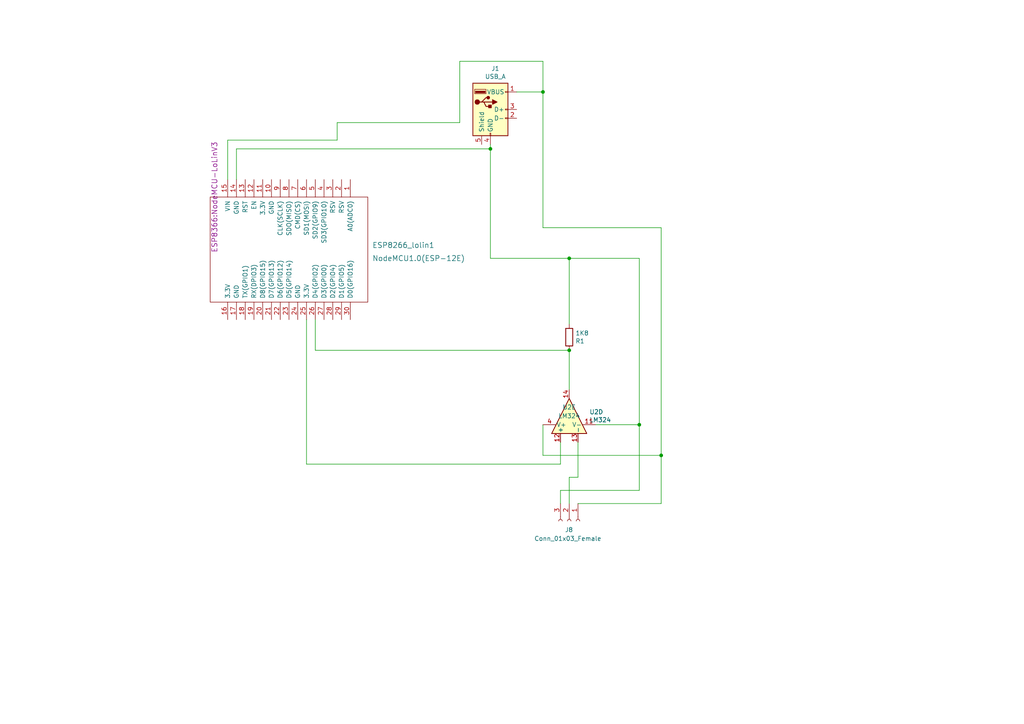
<source format=kicad_sch>
(kicad_sch (version 20211123) (generator eeschema)
  (paper "A4")
  (title_block (title "Dispositivo-H2O") (date "                 2021-02-26") (rev "Escobar J.W.") (company "IER-UNAM"))
  (lib_symbols
    (symbol "Amplifier_Operational:LM324" (pin_names (offset 0.127))
      (property "Reference" "U" (at 0 5.08 0))
      (property "Value" "LM324" (at 0 -5.08 0))
      (symbol "LM324_1_1"
        (polyline (pts (xy -5.08 5.08) (xy 5.08 0) (xy -5.08 -5.08) (xy -5.08 5.08)) (stroke (width 0.254)) (fill (type background)))
        (pin output line (at 7.62 0 180) (length 2.54) (name "~") (number "1"))
        (pin input line (at -7.62 -2.54 0) (length 2.54) (name "-") (number "2"))
        (pin input line (at -7.62 2.54 0) (length 2.54) (name "+") (number "3"))
      )
      (symbol "LM324_2_1"
        (polyline (pts (xy -5.08 5.08) (xy 5.08 0) (xy -5.08 -5.08) (xy -5.08 5.08)) (stroke (width 0.254)) (fill (type background)))
        (pin input line (at -7.62 2.54 0) (length 2.54) (name "+") (number "5"))
        (pin input line (at -7.62 -2.54 0) (length 2.54) (name "-") (number "6"))
        (pin output line (at 7.62 0 180) (length 2.54) (name "~") (number "7"))
      )
      (symbol "LM324_3_1"
        (polyline (pts (xy -5.08 5.08) (xy 5.08 0) (xy -5.08 -5.08) (xy -5.08 5.08)) (stroke (width 0.254)) (fill (type background)))
        (pin input line (at -7.62 2.54 0) (length 2.54) (name "+") (number "10"))
        (pin output line (at 7.62 0 180) (length 2.54) (name "~") (number "8"))
        (pin input line (at -7.62 -2.54 0) (length 2.54) (name "-") (number "9"))
      )
      (symbol "LM324_4_1"
        (polyline (pts (xy -5.08 5.08) (xy 5.08 0) (xy -5.08 -5.08) (xy -5.08 5.08)) (stroke (width 0.254)) (fill (type background)))
        (pin input line (at -7.62 2.54 0) (length 2.54) (name "+") (number "12"))
        (pin input line (at -7.62 -2.54 0) (length 2.54) (name "-") (number "13"))
        (pin output line (at 7.62 0 180) (length 2.54) (name "~") (number "14"))
      )
      (symbol "LM324_5_1"
        (pin power_in line (at -2.54 -7.62 90) (length 3.81) (name "V-") (number "11"))
        (pin power_in line (at -2.54 7.62 270) (length 3.81) (name "V+") (number "4"))
      )
    )
    (symbol "Connector:Conn_01x03_Female" (pin_names (offset 1.016) hide)
      (property "Reference" "J" (at 0 5.08 0))
      (property "Value" "Conn_01x03_Female" (at 0 -5.08 0))
      (symbol "Conn_01x03_Female_1_1"
        (arc (start 0 -2.032) (mid -0.508 -2.54) (end 0 -3.048) (stroke (width 0.1524)))
        (polyline (pts (xy -1.27 -2.54) (xy -0.508 -2.54)) (stroke (width 0.1524)))
        (polyline (pts (xy -1.27 0) (xy -0.508 0)) (stroke (width 0.1524)))
        (polyline (pts (xy -1.27 2.54) (xy -0.508 2.54)) (stroke (width 0.1524)))
        (arc (start 0 0.508) (mid -0.508 0) (end 0 -0.508) (stroke (width 0.1524)))
        (arc (start 0 3.048) (mid -0.508 2.54) (end 0 2.032) (stroke (width 0.1524)))
        (pin passive line (at -5.08 2.54 0) (length 3.81) (name "Pin_1") (number "1"))
        (pin passive line (at -5.08 0 0) (length 3.81) (name "Pin_2") (number "2"))
        (pin passive line (at -5.08 -2.54 0) (length 3.81) (name "Pin_3") (number "3"))
      )
    )
    (symbol "Connector:USB_A" (pin_names (offset 1.016))
      (property "Reference" "J" (at -5.08 11.43 0))
      (property "Value" "USB_A" (at -5.08 8.89 0))
      (symbol "USB_A_0_1"
        (rectangle (start -5.08 -7.62) (end 5.08 7.62) (stroke (width 0.254)) (fill (type background)))
        (circle (center -3.81 2.159) (radius 0.635) (stroke (width 0.254)) (fill (type outline)))
        (rectangle (start -1.524 4.826) (end -4.318 5.334) (fill (type outline)))
        (rectangle (start -1.27 4.572) (end -4.572 5.842))
        (circle (center -0.635 3.429) (radius 0.381) (stroke (width 0.254)) (fill (type outline)))
        (rectangle (start -0.127 -7.62) (end 0.127 -6.858))
        (polyline (pts (xy -3.175 2.159) (xy -2.54 2.159) (xy -1.27 3.429) (xy -0.635 3.429)) (stroke (width 0.254)))
        (polyline (pts (xy -2.54 2.159) (xy -1.905 2.159) (xy -1.27 0.889) (xy 0 0.889)) (stroke (width 0.254)))
        (polyline (pts (xy 0.635 2.794) (xy 0.635 1.524) (xy 1.905 2.159) (xy 0.635 2.794)) (stroke (width 0.254)) (fill (type outline)))
        (rectangle (start 0.254 1.27) (end -0.508 0.508) (stroke (width 0.254)) (fill (type outline)))
        (rectangle (start 5.08 -2.667) (end 4.318 -2.413))
        (rectangle (start 5.08 -0.127) (end 4.318 0.127))
        (rectangle (start 5.08 4.953) (end 4.318 5.207))
      )
      (symbol "USB_A_1_1"
        (polyline (pts (xy -1.905 2.159) (xy 0.635 2.159)) (stroke (width 0.254)))
        (pin power_in line (at 7.62 5.08 180) (length 2.54) (name "VBUS") (number "1"))
        (pin bidirectional line (at 7.62 -2.54 180) (length 2.54) (name "D-") (number "2"))
        (pin bidirectional line (at 7.62 0 180) (length 2.54) (name "D+") (number "3"))
        (pin power_in line (at 0 -10.16 90) (length 2.54) (name "GND") (number "4"))
        (pin passive line (at -2.54 -10.16 90) (length 2.54) (name "Shield") (number "5"))
      )
    )
    (symbol "Device:R" (pin_numbers hide) (pin_names (offset 0))
      (property "Reference" "R" (at 2.032 0 90))
      (property "Value" "R" (at 0 0 90))
      (symbol "R_0_1"
        (rectangle (start -1.016 -2.54) (end 1.016 2.54) (stroke (width 0.254)))
      )
      (symbol "R_1_1"
        (pin passive line (at 0 3.81 270) (length 1.27) (name "~") (number "1"))
        (pin passive line (at 0 -3.81 90) (length 1.27) (name "~") (number "2"))
      )
    )
    (symbol "ESP8266:NodeMCU1.0(ESP-12E)" (pin_names (offset 1.016))
      (property "Reference" "U" (at 0 21.59 0))
      (property "Value" "NodeMCU1.0(ESP-12E)" (at 0 -21.59 0))
      (symbol "NodeMCU1.0(ESP-12E)_0_1"
        (rectangle (start -15.24 -22.86) (end 15.24 22.86))
      )
      (symbol "NodeMCU1.0(ESP-12E)_1_1"
        (pin input line (at -20.32 17.78 0) (length 5.08) (name "A0(ADC0)") (number "1"))
        (pin input line (at -20.32 -5.08 0) (length 5.08) (name "GND") (number "10"))
        (pin input line (at -20.32 -7.62 0) (length 5.08) (name "3.3V") (number "11"))
        (pin input line (at -20.32 -10.16 0) (length 5.08) (name "EN") (number "12"))
        (pin input line (at -20.32 -12.7 0) (length 5.08) (name "RST") (number "13"))
        (pin input line (at -20.32 -15.24 0) (length 5.08) (name "GND") (number "14"))
        (pin input line (at -20.32 -17.78 0) (length 5.08) (name "VIN") (number "15"))
        (pin input line (at 20.32 -17.78 180) (length 5.08) (name "3.3V") (number "16"))
        (pin input line (at 20.32 -15.24 180) (length 5.08) (name "GND") (number "17"))
        (pin input line (at 20.32 -12.7 180) (length 5.08) (name "TX(GPIO1)") (number "18"))
        (pin input line (at 20.32 -10.16 180) (length 5.08) (name "RX(DPIO3)") (number "19"))
        (pin input line (at -20.32 15.24 0) (length 5.08) (name "RSV") (number "2"))
        (pin input line (at 20.32 -7.62 180) (length 5.08) (name "D8(GPIO15)") (number "20"))
        (pin input line (at 20.32 -5.08 180) (length 5.08) (name "D7(GPIO13)") (number "21"))
        (pin input line (at 20.32 -2.54 180) (length 5.08) (name "D6(GPIO12)") (number "22"))
        (pin input line (at 20.32 0 180) (length 5.08) (name "D5(GPIO14)") (number "23"))
        (pin input line (at 20.32 2.54 180) (length 5.08) (name "GND") (number "24"))
        (pin input line (at 20.32 5.08 180) (length 5.08) (name "3.3V") (number "25"))
        (pin input line (at 20.32 7.62 180) (length 5.08) (name "D4(GPIO2)") (number "26"))
        (pin input line (at 20.32 10.16 180) (length 5.08) (name "D3(GPIO0)") (number "27"))
        (pin input line (at 20.32 12.7 180) (length 5.08) (name "D2(GPIO4)") (number "28"))
        (pin input line (at 20.32 15.24 180) (length 5.08) (name "D1(GPIO5)") (number "29"))
        (pin input line (at -20.32 12.7 0) (length 5.08) (name "RSV") (number "3"))
        (pin input line (at 20.32 17.78 180) (length 5.08) (name "D0(GPIO16)") (number "30"))
        (pin input line (at -20.32 10.16 0) (length 5.08) (name "SD3(GPIO10)") (number "4"))
        (pin input line (at -20.32 7.62 0) (length 5.08) (name "SD2(GPIO9)") (number "5"))
        (pin input line (at -20.32 5.08 0) (length 5.08) (name "SD1(MOSI)") (number "6"))
        (pin input line (at -20.32 2.54 0) (length 5.08) (name "CMD(CS)") (number "7"))
        (pin input line (at -20.32 0 0) (length 5.08) (name "SDO(MISO)") (number "8"))
        (pin input line (at -20.32 -2.54 0) (length 5.08) (name "CLK(SCLK)") (number "9"))
      )
    )
  )
  (junction (at 142.24 43.18))
  (junction (at 165.1 74.93))
  (junction (at 191.77 132.08))
  (junction (at 185.42 123.19))
  (junction (at 165.1 101.6))
  (junction (at 157.48 26.67))
  (wire (pts (xy 157.48 66.04) (xy 191.77 66.04)))
  (wire (pts (xy 88.9 92.71) (xy 88.9 134.62)))
  (wire (pts (xy 142.24 43.18) (xy 68.58 43.18)))
  (wire (pts (xy 97.79 40.64) (xy 66.04 40.64)))
  (wire (pts (xy 157.48 26.67) (xy 157.48 17.78)))
  (wire (pts (xy 165.1 113.03) (xy 165.1 101.6)))
  (wire (pts (xy 185.42 123.19) (xy 185.42 142.24)))
  (wire (pts (xy 88.9 134.62) (xy 162.56 134.62)))
  (wire (pts (xy 142.24 41.91) (xy 142.24 43.18)))
  (wire (pts (xy 97.79 35.56) (xy 133.35 35.56)))
  (wire (pts (xy 165.1 74.93) (xy 185.42 74.93)))
  (wire (pts (xy 167.64 138.43) (xy 167.64 128.27)))
  (wire (pts (xy 149.86 26.67) (xy 157.48 26.67)))
  (wire (pts (xy 165.1 146.05) (xy 165.1 138.43)))
  (wire (pts (xy 191.77 146.05) (xy 167.64 146.05)))
  (wire (pts (xy 91.44 92.71) (xy 91.44 101.6)))
  (wire (pts (xy 133.35 17.78) (xy 133.35 35.56)))
  (wire (pts (xy 185.42 74.93) (xy 185.42 123.19)))
  (wire (pts (xy 165.1 93.98) (xy 165.1 74.93)))
  (wire (pts (xy 142.24 74.93) (xy 165.1 74.93)))
  (wire (pts (xy 157.48 123.19) (xy 157.48 132.08)))
  (wire (pts (xy 172.72 123.19) (xy 185.42 123.19)))
  (wire (pts (xy 91.44 101.6) (xy 165.1 101.6)))
  (wire (pts (xy 66.04 40.64) (xy 66.04 52.07)))
  (wire (pts (xy 165.1 138.43) (xy 167.64 138.43)))
  (wire (pts (xy 162.56 142.24) (xy 162.56 146.05)))
  (wire (pts (xy 157.48 132.08) (xy 191.77 132.08)))
  (wire (pts (xy 162.56 142.24) (xy 185.42 142.24)))
  (wire (pts (xy 157.48 17.78) (xy 133.35 17.78)))
  (wire (pts (xy 157.48 26.67) (xy 157.48 66.04)))
  (wire (pts (xy 97.79 35.56) (xy 97.79 40.64)))
  (wire (pts (xy 191.77 66.04) (xy 191.77 132.08)))
  (wire (pts (xy 68.58 43.18) (xy 68.58 52.07)))
  (wire (pts (xy 142.24 43.18) (xy 142.24 74.93)))
  (wire (pts (xy 162.56 134.62) (xy 162.56 128.27)))
  (wire (pts (xy 191.77 132.08) (xy 191.77 146.05)))
  (symbol (lib_id "Device:R") (at 165.1 97.79 0) (unit 1)
    (property "Reference" "1K8" (at 166.878 96.6216 0) (effects (justify left)))
    (property "Value" "R1" (at 166.878 98.933 0) (effects (justify left)))
    (property "Footprint" "Resistor_THT:R_Axial_DIN0207_L6.3mm_D2.5mm_P10.16mm_Horizontal" (effects hide))
  )
  (symbol (lib_id "Connector:Conn_01x03_Female") (at 165.1 151.13 270) (unit 1)
    (property "Reference" "J8" (at 163.83 153.67 90) (effects (justify left)))
    (property "Value" "Conn_01x03_Female" (at 154.94 156.21 90) (effects (justify left)))
    (property "Footprint" "TerminalBlock:TerminalBlock_Altech_AK300-3_P5.00mm" (effects hide))
  )
  (symbol (lib_id "Amplifier_Operational:LM324") (at 165.1 120.65 90) (unit 4)
    (property "Reference" "U2" (at 170.942 119.4816 90) (effects (justify right)))
    (property "Value" "LM324" (at 170.942 121.793 90) (effects (justify right)))
    (property "Footprint" "Package_DIP:DIP-14_W7.62mm" (effects hide))
    (property "Datasheet" "http://www.ti.com/lit/ds/symlink/lm2902-n.pdf" (effects hide))
  )
  (symbol (lib_id "Connector:USB_A") (at 142.24 31.75 0) (unit 1)
    (property "Reference" "J1" (at 143.6878 19.8882 0))
    (property "Value" "USB_A" (at 143.6878 22.1996 0))
    (property "Footprint" "Connector_PinHeader_1.27mm:PinHeader_1x04_P1.27mm_Horizontal" (effects hide))
    (property "Datasheet" " ~" (effects hide))
  )
  (symbol (lib_id "ESP8266:NodeMCU1.0(ESP-12E)") (at 83.82 72.39 270) (unit 1)
    (property "Reference" "ESP8266_lolin1" (at 107.95 71.12 90) (effects (font (size 1.524 1.524)) (justify left)))
    (property "Value" "NodeMCU1.0(ESP-12E)" (at 107.95 74.93 90) (effects (font (size 1.524 1.524)) (justify left)))
    (property "Footprint" "ESP8366:NodeMCU-LoLinV3" (at 62.23 57.15 0) (effects (font (size 1.524 1.524))))
  )
  (symbol (lib_id "Amplifier_Operational:LM324") (at 165.1 120.65 90) (unit 5)
    (property "Reference" "U2" (at 165.1 118.11 90))
    (property "Value" "LM324" (at 165.1 120.65 90))
    (property "Datasheet" "http://www.ti.com/lit/ds/symlink/lm2902-n.pdf" (effects hide))
  )
)
</source>
